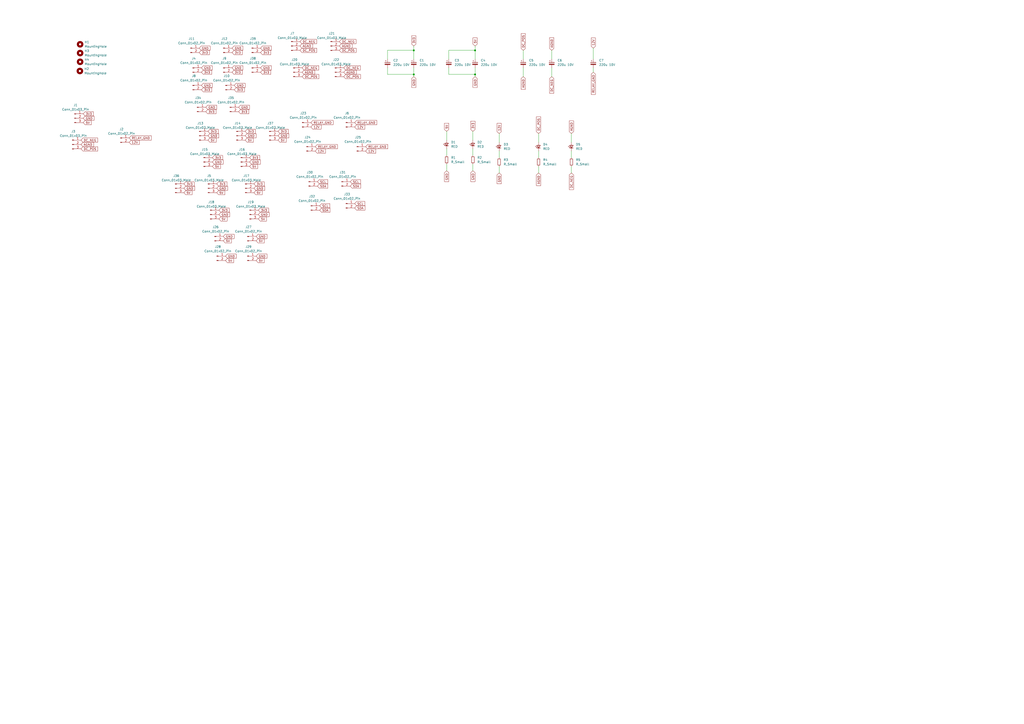
<source format=kicad_sch>
(kicad_sch (version 20231120) (generator "eeschema") (generator_version "8.0")
  (paper "A2")
  (lib_symbols
    (symbol "Connector:Conn_01x02_Pin" (pin_names (offset 1.016) hide)
      (property "Reference" "J" (at 0 2.54 0))
      (property "Value" "Conn_01x02_Pin" (at 0 -5.08 0))
      (symbol "Conn_01x02_Pin_1_1"
        (polyline (pts (xy 1.27 -2.54) (xy 0.8636 -2.54)) (stroke (width 0.1524)))
        (polyline (pts (xy 1.27 0) (xy 0.8636 0)) (stroke (width 0.1524)))
        (rectangle (start 0.8636 -2.413) (end 0 -2.667) (stroke (width 0.1524)) (fill (type outline)))
        (rectangle (start 0.8636 0.127) (end 0 -0.127) (stroke (width 0.1524)) (fill (type outline)))
        (pin passive line (at 5.08 0 180) (length 3.81) (name "Pin_1") (number "1"))
        (pin passive line (at 5.08 -2.54 180) (length 3.81) (name "Pin_2") (number "2"))
      )
    )
    (symbol "Connector:Conn_01x03_Male" (pin_names (offset 1.016) hide)
      (property "Reference" "J" (at 0 5.08 0))
      (property "Value" "Conn_01x03_Male" (at 0 -5.08 0))
      (symbol "Conn_01x03_Male_1_1"
        (polyline (pts (xy 1.27 -2.54) (xy 0.8636 -2.54)) (stroke (width 0.1524)))
        (polyline (pts (xy 1.27 0) (xy 0.8636 0)) (stroke (width 0.1524)))
        (polyline (pts (xy 1.27 2.54) (xy 0.8636 2.54)) (stroke (width 0.1524)))
        (rectangle (start 0.8636 -2.413) (end 0 -2.667) (stroke (width 0.1524)) (fill (type outline)))
        (rectangle (start 0.8636 0.127) (end 0 -0.127) (stroke (width 0.1524)) (fill (type outline)))
        (rectangle (start 0.8636 2.667) (end 0 2.413) (stroke (width 0.1524)) (fill (type outline)))
        (pin passive line (at 5.08 2.54 180) (length 3.81) (name "Pin_1") (number "1"))
        (pin passive line (at 5.08 0 180) (length 3.81) (name "Pin_2") (number "2"))
        (pin passive line (at 5.08 -2.54 180) (length 3.81) (name "Pin_3") (number "3"))
      )
    )
    (symbol "Connector:Conn_01x03_Pin" (pin_names (offset 1.016) hide)
      (property "Reference" "J" (at 0 5.08 0))
      (property "Value" "Conn_01x03_Pin" (at 0 -5.08 0))
      (symbol "Conn_01x03_Pin_1_1"
        (polyline (pts (xy 1.27 -2.54) (xy 0.8636 -2.54)) (stroke (width 0.1524)))
        (polyline (pts (xy 1.27 0) (xy 0.8636 0)) (stroke (width 0.1524)))
        (polyline (pts (xy 1.27 2.54) (xy 0.8636 2.54)) (stroke (width 0.1524)))
        (rectangle (start 0.8636 -2.413) (end 0 -2.667) (stroke (width 0.1524)) (fill (type outline)))
        (rectangle (start 0.8636 0.127) (end 0 -0.127) (stroke (width 0.1524)) (fill (type outline)))
        (rectangle (start 0.8636 2.667) (end 0 2.413) (stroke (width 0.1524)) (fill (type outline)))
        (pin passive line (at 5.08 2.54 180) (length 3.81) (name "Pin_1") (number "1"))
        (pin passive line (at 5.08 0 180) (length 3.81) (name "Pin_2") (number "2"))
        (pin passive line (at 5.08 -2.54 180) (length 3.81) (name "Pin_3") (number "3"))
      )
    )
    (symbol "Device:C_Polarized_Small" (pin_numbers hide) (pin_names (offset 0.254) hide)
      (property "Reference" "C" (at 0.254 1.778 0))
      (property "Value" "C_Polarized_Small" (at 0.254 -2.032 0))
      (symbol "C_Polarized_Small_0_1"
        (rectangle (start -1.524 -0.3048) (end 1.524 -0.6858) (fill (type outline)))
        (rectangle (start -1.524 0.6858) (end 1.524 0.3048))
        (polyline (pts (xy -1.27 1.524) (xy -0.762 1.524)))
        (polyline (pts (xy -1.016 1.27) (xy -1.016 1.778)))
      )
      (symbol "C_Polarized_Small_1_1"
        (pin passive line (at 0 2.54 270) (length 1.8542) (name "~") (number "1"))
        (pin passive line (at 0 -2.54 90) (length 1.8542) (name "~") (number "2"))
      )
    )
    (symbol "Device:LED_Small" (pin_numbers hide) (pin_names (offset 0.254) hide)
      (property "Reference" "D" (at -1.27 3.175 0))
      (property "Value" "LED_Small" (at -4.445 -2.54 0))
      (symbol "LED_Small_0_1"
        (polyline (pts (xy -0.762 -1.016) (xy -0.762 1.016)) (stroke (width 0.254)))
        (polyline (pts (xy 1.016 0) (xy -0.762 0)))
        (polyline (pts (xy 0.762 -1.016) (xy -0.762 0) (xy 0.762 1.016) (xy 0.762 -1.016)) (stroke (width 0.254)))
        (polyline (pts (xy 0 0.762) (xy -0.508 1.27) (xy -0.254 1.27) (xy -0.508 1.27) (xy -0.508 1.016)))
        (polyline (pts (xy 0.508 1.27) (xy 0 1.778) (xy 0.254 1.778) (xy 0 1.778) (xy 0 1.524)))
      )
      (symbol "LED_Small_1_1"
        (pin passive line (at -2.54 0 0) (length 1.778) (name "K") (number "1"))
        (pin passive line (at 2.54 0 180) (length 1.778) (name "A") (number "2"))
      )
    )
    (symbol "Device:R_Small" (pin_numbers hide) (pin_names (offset 0.254) hide)
      (property "Reference" "R" (at 0.762 0.508 0))
      (property "Value" "R_Small" (at 0.762 -1.016 0))
      (symbol "R_Small_0_1"
        (rectangle (start -0.762 1.778) (end 0.762 -1.778) (stroke (width 0.2032)))
      )
      (symbol "R_Small_1_1"
        (pin passive line (at 0 2.54 270) (length 0.762) (name "~") (number "1"))
        (pin passive line (at 0 -2.54 90) (length 0.762) (name "~") (number "2"))
      )
    )
    (symbol "Mechanical:MountingHole" (pin_names (offset 1.016))
      (property "Reference" "H" (at 0 5.08 0))
      (property "Value" "MountingHole" (at 0 3.175 0))
      (symbol "MountingHole_0_1"
        (circle (center 0 0) (radius 1.27) (stroke (width 1.27)))
      )
    )
  )
  (junction (at 275.59 43.18))
  (junction (at 240.03 29.21))
  (junction (at 240.03 43.18))
  (junction (at 275.59 29.21))
  (wire (pts (xy 331.47 77.47) (xy 331.47 82.55)))
  (wire (pts (xy 224.79 34.29) (xy 224.79 29.21)))
  (wire (pts (xy 274.32 99.06) (xy 274.32 95.25)))
  (wire (pts (xy 224.79 39.37) (xy 224.79 43.18)))
  (wire (pts (xy 320.04 29.21) (xy 320.04 34.29)))
  (wire (pts (xy 344.17 41.91) (xy 344.17 39.37)))
  (wire (pts (xy 289.56 77.47) (xy 289.56 82.55)))
  (wire (pts (xy 312.42 100.33) (xy 312.42 96.52)))
  (wire (pts (xy 259.08 76.2) (xy 259.08 81.28)))
  (wire (pts (xy 320.04 44.45) (xy 320.04 39.37)))
  (wire (pts (xy 275.59 26.67) (xy 275.59 29.21)))
  (wire (pts (xy 240.03 43.18) (xy 240.03 39.37)))
  (wire (pts (xy 331.47 91.44) (xy 331.47 87.63)))
  (wire (pts (xy 331.47 100.33) (xy 331.47 96.52)))
  (wire (pts (xy 289.56 100.33) (xy 289.56 96.52)))
  (wire (pts (xy 240.03 29.21) (xy 240.03 34.29)))
  (wire (pts (xy 275.59 44.45) (xy 275.59 43.18)))
  (wire (pts (xy 240.03 26.67) (xy 240.03 29.21)))
  (wire (pts (xy 260.35 39.37) (xy 260.35 43.18)))
  (wire (pts (xy 240.03 44.45) (xy 240.03 43.18)))
  (wire (pts (xy 260.35 43.18) (xy 275.59 43.18)))
  (wire (pts (xy 289.56 91.44) (xy 289.56 87.63)))
  (wire (pts (xy 312.42 77.47) (xy 312.42 82.55)))
  (wire (pts (xy 224.79 29.21) (xy 240.03 29.21)))
  (wire (pts (xy 260.35 34.29) (xy 260.35 29.21)))
  (wire (pts (xy 259.08 99.06) (xy 259.08 95.25)))
  (wire (pts (xy 312.42 91.44) (xy 312.42 87.63)))
  (wire (pts (xy 344.17 27.94) (xy 344.17 34.29)))
  (wire (pts (xy 274.32 90.17) (xy 274.32 86.36)))
  (wire (pts (xy 303.53 29.21) (xy 303.53 34.29)))
  (wire (pts (xy 275.59 43.18) (xy 275.59 39.37)))
  (wire (pts (xy 303.53 44.45) (xy 303.53 39.37)))
  (wire (pts (xy 275.59 29.21) (xy 275.59 34.29)))
  (wire (pts (xy 274.32 76.2) (xy 274.32 81.28)))
  (wire (pts (xy 260.35 29.21) (xy 275.59 29.21)))
  (wire (pts (xy 224.79 43.18) (xy 240.03 43.18)))
  (wire (pts (xy 259.08 90.17) (xy 259.08 86.36)))
  (global_label "DC_POS" (shape input) (at 303.53 29.21 90) (property "Intersheetrefs" "${INTERSHEET_REFS}" (effects (hide yes))))
  (global_label "GND" (shape input) (at 130.81 148.59 0) (property "Intersheetrefs" "${INTERSHEET_REFS}" (effects (hide yes))))
  (global_label "GND" (shape input) (at 148.59 148.59 0) (property "Intersheetrefs" "${INTERSHEET_REFS}" (effects (hide yes))))
  (global_label "DC_NEG" (shape input) (at 320.04 44.45 270) (property "Intersheetrefs" "${INTERSHEET_REFS}" (effects (hide yes))))
  (global_label "3V3" (shape input) (at 134.62 30.48 0) (property "Intersheetrefs" "${INTERSHEET_REFS}" (effects (hide yes))))
  (global_label "GND" (shape input) (at 134.62 39.37 0) (property "Intersheetrefs" "${INTERSHEET_REFS}" (effects (hide yes))))
  (global_label "RELAY_GND" (shape input) (at 180.34 71.12 0) (property "Intersheetrefs" "${INTERSHEET_REFS}" (effects (hide yes))))
  (global_label "GND" (shape input) (at 135.89 49.53 0) (property "Intersheetrefs" "${INTERSHEET_REFS}" (effects (hide yes))))
  (global_label "AGND" (shape input) (at 175.26 41.91 0) (property "Intersheetrefs" "${INTERSHEET_REFS}" (effects (hide yes))))
  (global_label "GND" (shape input) (at 48.26 68.58 0) (property "Intersheetrefs" "${INTERSHEET_REFS}" (effects (hide yes))))
  (global_label "5V" (shape input) (at 125.73 111.76 0) (property "Intersheetrefs" "${INTERSHEET_REFS}" (effects (hide yes))))
  (global_label "DC_POS" (shape input) (at 199.39 44.45 0) (property "Intersheetrefs" "${INTERSHEET_REFS}" (effects (hide yes))))
  (global_label "12V" (shape input) (at 289.56 77.47 90) (property "Intersheetrefs" "${INTERSHEET_REFS}" (effects (hide yes))))
  (global_label "3V3" (shape input) (at 116.84 41.91 0) (property "Intersheetrefs" "${INTERSHEET_REFS}" (effects (hide yes))))
  (global_label "5V" (shape input) (at 123.19 96.52 0) (property "Intersheetrefs" "${INTERSHEET_REFS}" (effects (hide yes))))
  (global_label "12V" (shape input) (at 180.34 73.66 0) (property "Intersheetrefs" "${INTERSHEET_REFS}" (effects (hide yes))))
  (global_label "DC_POS" (shape input) (at 46.99 86.36 0) (property "Intersheetrefs" "${INTERSHEET_REFS}" (effects (hide yes))))
  (global_label "3V3" (shape input) (at 120.65 76.2 0) (property "Intersheetrefs" "${INTERSHEET_REFS}" (effects (hide yes))))
  (global_label "RELAY_GND" (shape input) (at 182.88 85.09 0) (property "Intersheetrefs" "${INTERSHEET_REFS}" (effects (hide yes))))
  (global_label "AGND" (shape input) (at 199.39 41.91 0) (property "Intersheetrefs" "${INTERSHEET_REFS}" (effects (hide yes))))
  (global_label "AGND" (shape input) (at 320.04 29.21 90) (property "Intersheetrefs" "${INTERSHEET_REFS}" (effects (hide yes))))
  (global_label "GND" (shape input) (at 289.56 100.33 270) (property "Intersheetrefs" "${INTERSHEET_REFS}" (effects (hide yes))))
  (global_label "5V" (shape input) (at 144.78 96.52 0) (property "Intersheetrefs" "${INTERSHEET_REFS}" (effects (hide yes))))
  (global_label "DC_NEG" (shape input) (at 196.85 24.13 0) (property "Intersheetrefs" "${INTERSHEET_REFS}" (effects (hide yes))))
  (global_label "3V3" (shape input) (at 240.03 26.67 90) (property "Intersheetrefs" "${INTERSHEET_REFS}" (effects (hide yes))))
  (global_label "GND" (shape input) (at 106.68 109.22 0) (property "Intersheetrefs" "${INTERSHEET_REFS}" (effects (hide yes))))
  (global_label "AGND" (shape input) (at 173.99 26.67 0) (property "Intersheetrefs" "${INTERSHEET_REFS}" (effects (hide yes))))
  (global_label "GND" (shape input) (at 115.57 27.94 0) (property "Intersheetrefs" "${INTERSHEET_REFS}" (effects (hide yes))))
  (global_label "DC_NEG" (shape input) (at 331.47 100.33 270) (property "Intersheetrefs" "${INTERSHEET_REFS}" (effects (hide yes))))
  (global_label "5V" (shape input) (at 275.59 26.67 90) (property "Intersheetrefs" "${INTERSHEET_REFS}" (effects (hide yes))))
  (global_label "SDA" (shape input) (at 185.42 121.92 0) (property "Intersheetrefs" "${INTERSHEET_REFS}" (effects (hide yes))))
  (global_label "GND" (shape input) (at 275.59 44.45 270) (property "Intersheetrefs" "${INTERSHEET_REFS}" (effects (hide yes))))
  (global_label "AGND" (shape input) (at 331.47 77.47 90) (property "Intersheetrefs" "${INTERSHEET_REFS}" (effects (hide yes))))
  (global_label "5V" (shape input) (at 130.81 151.13 0) (property "Intersheetrefs" "${INTERSHEET_REFS}" (effects (hide yes))))
  (global_label "3V3" (shape input) (at 116.84 52.07 0) (property "Intersheetrefs" "${INTERSHEET_REFS}" (effects (hide yes))))
  (global_label "3V3" (shape input) (at 135.89 52.07 0) (property "Intersheetrefs" "${INTERSHEET_REFS}" (effects (hide yes))))
  (global_label "DC_POS" (shape input) (at 175.26 44.45 0) (property "Intersheetrefs" "${INTERSHEET_REFS}" (effects (hide yes))))
  (global_label "SDA" (shape input) (at 203.2 107.95 0) (property "Intersheetrefs" "${INTERSHEET_REFS}" (effects (hide yes))))
  (global_label "3V3" (shape input) (at 151.13 41.91 0) (property "Intersheetrefs" "${INTERSHEET_REFS}" (effects (hide yes))))
  (global_label "12V" (shape input) (at 74.93 82.55 0) (property "Intersheetrefs" "${INTERSHEET_REFS}" (effects (hide yes))))
  (global_label "DC_NEG" (shape input) (at 173.99 24.13 0) (property "Intersheetrefs" "${INTERSHEET_REFS}" (effects (hide yes))))
  (global_label "GND" (shape input) (at 274.32 99.06 270) (property "Intersheetrefs" "${INTERSHEET_REFS}" (effects (hide yes))))
  (global_label "GND" (shape input) (at 119.38 62.23 0) (property "Intersheetrefs" "${INTERSHEET_REFS}" (effects (hide yes))))
  (global_label "3V3" (shape input) (at 274.32 76.2 90) (property "Intersheetrefs" "${INTERSHEET_REFS}" (effects (hide yes))))
  (global_label "3V3" (shape input) (at 142.24 76.2 0) (property "Intersheetrefs" "${INTERSHEET_REFS}" (effects (hide yes))))
  (global_label "GND" (shape input) (at 116.84 39.37 0) (property "Intersheetrefs" "${INTERSHEET_REFS}" (effects (hide yes))))
  (global_label "SDA" (shape input) (at 184.15 107.95 0) (property "Intersheetrefs" "${INTERSHEET_REFS}" (effects (hide yes))))
  (global_label "5V" (shape input) (at 142.24 81.28 0) (property "Intersheetrefs" "${INTERSHEET_REFS}" (effects (hide yes))))
  (global_label "SCL" (shape input) (at 185.42 119.38 0) (property "Intersheetrefs" "${INTERSHEET_REFS}" (effects (hide yes))))
  (global_label "12V" (shape input) (at 205.74 73.66 0) (property "Intersheetrefs" "${INTERSHEET_REFS}" (effects (hide yes))))
  (global_label "GND" (shape input) (at 129.54 137.16 0) (property "Intersheetrefs" "${INTERSHEET_REFS}" (effects (hide yes))))
  (global_label "GND" (shape input) (at 142.24 78.74 0) (property "Intersheetrefs" "${INTERSHEET_REFS}" (effects (hide yes))))
  (global_label "GND" (shape input) (at 144.78 93.98 0) (property "Intersheetrefs" "${INTERSHEET_REFS}" (effects (hide yes))))
  (global_label "RELAY_GND" (shape input) (at 74.93 80.01 0) (property "Intersheetrefs" "${INTERSHEET_REFS}" (effects (hide yes))))
  (global_label "SCL" (shape input) (at 184.15 105.41 0) (property "Intersheetrefs" "${INTERSHEET_REFS}" (effects (hide yes))))
  (global_label "GND" (shape input) (at 161.29 78.74 0) (property "Intersheetrefs" "${INTERSHEET_REFS}" (effects (hide yes))))
  (global_label "GND" (shape input) (at 123.19 93.98 0) (property "Intersheetrefs" "${INTERSHEET_REFS}" (effects (hide yes))))
  (global_label "GND" (shape input) (at 259.08 99.06 270) (property "Intersheetrefs" "${INTERSHEET_REFS}" (effects (hide yes))))
  (global_label "3V3" (shape input) (at 119.38 64.77 0) (property "Intersheetrefs" "${INTERSHEET_REFS}" (effects (hide yes))))
  (global_label "GND" (shape input) (at 240.03 44.45 270) (property "Intersheetrefs" "${INTERSHEET_REFS}" (effects (hide yes))))
  (global_label "5V" (shape input) (at 106.68 111.76 0) (property "Intersheetrefs" "${INTERSHEET_REFS}" (effects (hide yes))))
  (global_label "3V3" (shape input) (at 144.78 91.44 0) (property "Intersheetrefs" "${INTERSHEET_REFS}" (effects (hide yes))))
  (global_label "3V3" (shape input) (at 106.68 106.68 0) (property "Intersheetrefs" "${INTERSHEET_REFS}" (effects (hide yes))))
  (global_label "5V" (shape input) (at 259.08 76.2 90) (property "Intersheetrefs" "${INTERSHEET_REFS}" (effects (hide yes))))
  (global_label "5V" (shape input) (at 120.65 81.28 0) (property "Intersheetrefs" "${INTERSHEET_REFS}" (effects (hide yes))))
  (global_label "5V" (shape input) (at 129.54 139.7 0) (property "Intersheetrefs" "${INTERSHEET_REFS}" (effects (hide yes))))
  (global_label "5V" (shape input) (at 127 127 0) (property "Intersheetrefs" "${INTERSHEET_REFS}" (effects (hide yes))))
  (global_label "DC_POS" (shape input) (at 196.85 29.21 0) (property "Intersheetrefs" "${INTERSHEET_REFS}" (effects (hide yes))))
  (global_label "3V3" (shape input) (at 147.32 106.68 0) (property "Intersheetrefs" "${INTERSHEET_REFS}" (effects (hide yes))))
  (global_label "DC_NEG" (shape input) (at 175.26 39.37 0) (property "Intersheetrefs" "${INTERSHEET_REFS}" (effects (hide yes))))
  (global_label "GND" (shape input) (at 120.65 78.74 0) (property "Intersheetrefs" "${INTERSHEET_REFS}" (effects (hide yes))))
  (global_label "3V3" (shape input) (at 127 121.92 0) (property "Intersheetrefs" "${INTERSHEET_REFS}" (effects (hide yes))))
  (global_label "AGND" (shape input) (at 303.53 44.45 270) (property "Intersheetrefs" "${INTERSHEET_REFS}" (effects (hide yes))))
  (global_label "AGND" (shape input) (at 46.99 83.82 0) (property "Intersheetrefs" "${INTERSHEET_REFS}" (effects (hide yes))))
  (global_label "3V3" (shape input) (at 48.26 66.04 0) (property "Intersheetrefs" "${INTERSHEET_REFS}" (effects (hide yes))))
  (global_label "12V" (shape input) (at 212.09 87.63 0) (property "Intersheetrefs" "${INTERSHEET_REFS}" (effects (hide yes))))
  (global_label "RELAY_GND" (shape input) (at 344.17 41.91 270) (property "Intersheetrefs" "${INTERSHEET_REFS}" (effects (hide yes))))
  (global_label "GND" (shape input) (at 116.84 49.53 0) (property "Intersheetrefs" "${INTERSHEET_REFS}" (effects (hide yes))))
  (global_label "GND" (shape input) (at 151.13 27.94 0) (property "Intersheetrefs" "${INTERSHEET_REFS}" (effects (hide yes))))
  (global_label "DC_POS" (shape input) (at 312.42 77.47 90) (property "Intersheetrefs" "${INTERSHEET_REFS}" (effects (hide yes))))
  (global_label "3V3" (shape input) (at 138.43 64.77 0) (property "Intersheetrefs" "${INTERSHEET_REFS}" (effects (hide yes))))
  (global_label "RELAY_GND" (shape input) (at 212.09 85.09 0) (property "Intersheetrefs" "${INTERSHEET_REFS}" (effects (hide yes))))
  (global_label "GND" (shape input) (at 147.32 109.22 0) (property "Intersheetrefs" "${INTERSHEET_REFS}" (effects (hide yes))))
  (global_label "5V" (shape input) (at 148.59 151.13 0) (property "Intersheetrefs" "${INTERSHEET_REFS}" (effects (hide yes))))
  (global_label "SDA" (shape input) (at 205.74 120.65 0) (property "Intersheetrefs" "${INTERSHEET_REFS}" (effects (hide yes))))
  (global_label "DC_POS" (shape input) (at 173.99 29.21 0) (property "Intersheetrefs" "${INTERSHEET_REFS}" (effects (hide yes))))
  (global_label "GND" (shape input) (at 138.43 62.23 0) (property "Intersheetrefs" "${INTERSHEET_REFS}" (effects (hide yes))))
  (global_label "GND" (shape input) (at 134.62 27.94 0) (property "Intersheetrefs" "${INTERSHEET_REFS}" (effects (hide yes))))
  (global_label "GND" (shape input) (at 148.59 137.16 0) (property "Intersheetrefs" "${INTERSHEET_REFS}" (effects (hide yes))))
  (global_label "3V3" (shape input) (at 123.19 91.44 0) (property "Intersheetrefs" "${INTERSHEET_REFS}" (effects (hide yes))))
  (global_label "3V3" (shape input) (at 115.57 30.48 0) (property "Intersheetrefs" "${INTERSHEET_REFS}" (effects (hide yes))))
  (global_label "GND" (shape input) (at 149.86 124.46 0) (property "Intersheetrefs" "${INTERSHEET_REFS}" (effects (hide yes))))
  (global_label "3V3" (shape input) (at 134.62 41.91 0) (property "Intersheetrefs" "${INTERSHEET_REFS}" (effects (hide yes))))
  (global_label "GND" (shape input) (at 127 124.46 0) (property "Intersheetrefs" "${INTERSHEET_REFS}" (effects (hide yes))))
  (global_label "DC_NEG" (shape input) (at 46.99 81.28 0) (property "Intersheetrefs" "${INTERSHEET_REFS}" (effects (hide yes))))
  (global_label "AGND" (shape input) (at 312.42 100.33 270) (property "Intersheetrefs" "${INTERSHEET_REFS}" (effects (hide yes))))
  (global_label "DC_NEG" (shape input) (at 199.39 39.37 0) (property "Intersheetrefs" "${INTERSHEET_REFS}" (effects (hide yes))))
  (global_label "5V" (shape input) (at 149.86 127 0) (property "Intersheetrefs" "${INTERSHEET_REFS}" (effects (hide yes))))
  (global_label "12V" (shape input) (at 344.17 27.94 90) (property "Intersheetrefs" "${INTERSHEET_REFS}" (effects (hide yes))))
  (global_label "SCL" (shape input) (at 205.74 118.11 0) (property "Intersheetrefs" "${INTERSHEET_REFS}" (effects (hide yes))))
  (global_label "GND" (shape input) (at 151.13 39.37 0) (property "Intersheetrefs" "${INTERSHEET_REFS}" (effects (hide yes))))
  (global_label "RELAY_GND" (shape input) (at 205.74 71.12 0) (property "Intersheetrefs" "${INTERSHEET_REFS}" (effects (hide yes))))
  (global_label "3V3" (shape input) (at 161.29 76.2 0) (property "Intersheetrefs" "${INTERSHEET_REFS}" (effects (hide yes))))
  (global_label "5V" (shape input) (at 48.26 71.12 0) (property "Intersheetrefs" "${INTERSHEET_REFS}" (effects (hide yes))))
  (global_label "3V3" (shape input) (at 149.86 121.92 0) (property "Intersheetrefs" "${INTERSHEET_REFS}" (effects (hide yes))))
  (global_label "5V" (shape input) (at 147.32 111.76 0) (property "Intersheetrefs" "${INTERSHEET_REFS}" (effects (hide yes))))
  (global_label "3V3" (shape input) (at 125.73 106.68 0) (property "Intersheetrefs" "${INTERSHEET_REFS}" (effects (hide yes))))
  (global_label "3V3" (shape input) (at 151.13 30.48 0) (property "Intersheetrefs" "${INTERSHEET_REFS}" (effects (hide yes))))
  (global_label "12V" (shape input) (at 182.88 87.63 0) (property "Intersheetrefs" "${INTERSHEET_REFS}" (effects (hide yes))))
  (global_label "5V" (shape input) (at 148.59 139.7 0) (property "Intersheetrefs" "${INTERSHEET_REFS}" (effects (hide yes))))
  (global_label "AGND" (shape input) (at 196.85 26.67 0) (property "Intersheetrefs" "${INTERSHEET_REFS}" (effects (hide yes))))
  (global_label "5V" (shape input) (at 161.29 81.28 0) (property "Intersheetrefs" "${INTERSHEET_REFS}" (effects (hide yes))))
  (global_label "SCL" (shape input) (at 203.2 105.41 0) (property "Intersheetrefs" "${INTERSHEET_REFS}" (effects (hide yes))))
  (global_label "GND" (shape input) (at 125.73 109.22 0) (property "Intersheetrefs" "${INTERSHEET_REFS}" (effects (hide yes))))
  (symbol (lib_id "Connector:Conn_01x03_Male") (at 144.78 124.46 0) (unit 1)
    (property "Reference" "J19" (at 145.415 117.221 0))
    (property "Value" "Conn_01x03_Male" (at 145.415 119.761 0))
    (property "Footprint" "Connector_JST:JST_PH_B3B-PH-K_1x03_P2.00mm_Vertical" (effects (hide yes)))
  )
  (symbol (lib_id "Connector:Conn_01x02_Pin") (at 175.26 71.12 0) (unit 1)
    (property "Reference" "J23" (at 175.895 65.659 0))
    (property "Value" "Conn_01x02_Pin" (at 175.895 68.199 0))
    (property "Footprint" "Connector_JST:JST_PH_B2B-PH-K_1x02_P2.00mm_Vertical" (effects (hide yes)))
  )
  (symbol (lib_id "Connector:Conn_01x02_Pin") (at 146.05 27.94 0) (unit 1)
    (property "Reference" "J39" (at 146.685 22.479 0))
    (property "Value" "Conn_01x02_Pin" (at 146.685 25.019 0))
    (property "Footprint" "Connector_JST:JST_PH_B2B-PH-K_1x02_P2.00mm_Vertical" (effects (hide yes)))
  )
  (symbol (lib_id "Device:LED_Small") (at 312.42 85.09 90) (unit 1)
    (property "Reference" "D4" (at 314.96 83.7564 90) (effects (justify right)))
    (property "Value" "RED" (at 314.96 86.2964 90) (effects (justify right)))
    (property "Footprint" "LED_SMD:LED_0805_2012Metric_Pad1.15x1.40mm_HandSolder" (effects (hide yes)))
    (property "Description" "Light emitting diode, small symbol" (effects (hide yes)))
  )
  (symbol (lib_id "Connector:Conn_01x02_Pin") (at 180.34 119.38 0) (unit 1)
    (property "Reference" "J32" (at 180.975 113.919 0))
    (property "Value" "Conn_01x02_Pin" (at 180.975 116.459 0))
    (property "Footprint" "Connector_JST:JST_PH_B2B-PH-K_1x02_P2.00mm_Vertical" (effects (hide yes)))
  )
  (symbol (lib_id "Mechanical:MountingHole") (at 46.4745 35.8604 0) (unit 1)
    (property "Reference" "H4" (at 49.0145 34.5903 0) (effects (justify left)))
    (property "Value" "MountingHole" (at 49.0145 37.1303 0) (effects (justify left)))
    (property "Footprint" "MountingHole:MountingHole_3.2mm_M3_DIN965_Pad_TopOnly" (effects (hide yes)))
  )
  (symbol (lib_id "Connector:Conn_01x02_Pin") (at 200.66 71.12 0) (unit 1)
    (property "Reference" "J6" (at 201.295 65.659 0))
    (property "Value" "Conn_01x02_Pin" (at 201.295 68.199 0))
    (property "Footprint" "Connector_JST:JST_PH_B2B-PH-K_1x02_P2.00mm_Vertical" (effects (hide yes)))
  )
  (symbol (lib_id "Connector:Conn_01x03_Male") (at 118.11 93.98 0) (unit 1)
    (property "Reference" "J15" (at 118.745 86.741 0))
    (property "Value" "Conn_01x03_Male" (at 118.745 89.281 0))
    (property "Footprint" "Connector_JST:JST_PH_B3B-PH-K_1x03_P2.00mm_Vertical" (effects (hide yes)))
  )
  (symbol (lib_id "Connector:Conn_01x03_Male") (at 191.77 26.67 0) (unit 1)
    (property "Reference" "J21" (at 192.405 19.431 0))
    (property "Value" "Conn_01x03_Male" (at 192.405 21.971 0))
    (property "Footprint" "Connector_JST:JST_PH_B3B-PH-K_1x03_P2.00mm_Vertical" (effects (hide yes)))
  )
  (symbol (lib_id "Device:R_Small") (at 312.42 93.98 0) (unit 1)
    (property "Reference" "R4" (at 314.96 92.7099 0) (effects (justify left)))
    (property "Value" "R_Small" (at 314.96 95.2499 0) (effects (justify left)))
    (property "Footprint" "Resistor_SMD:R_0603_1608Metric_Pad0.98x0.95mm_HandSolder" (effects (hide yes)))
    (property "Description" "Resistor, small symbol" (effects (hide yes)))
  )
  (symbol (lib_id "Connector:Conn_01x03_Pin") (at 43.18 68.58 0) (unit 1)
    (property "Reference" "J1" (at 43.815 60.96 0))
    (property "Value" "Conn_01x03_Pin" (at 43.815 63.5 0))
    (property "Footprint" "Connector_JST:JST_PH_B3B-PH-K_1x03_P2.00mm_Vertical" (effects (hide yes)))
    (property "Description" "Generic connector, single row, 01x03, script generated" (effects (hide yes)))
  )
  (symbol (lib_id "Connector:Conn_01x02_Pin") (at 146.05 39.37 0) (unit 1)
    (property "Reference" "J38" (at 146.685 33.909 0))
    (property "Value" "Conn_01x02_Pin" (at 146.685 36.449 0))
    (property "Footprint" "Connector_JST:JST_PH_B2B-PH-K_1x02_P2.00mm_Vertical" (effects (hide yes)))
  )
  (symbol (lib_id "Connector:Conn_01x02_Pin") (at 129.54 27.94 0) (unit 1)
    (property "Reference" "J12" (at 130.175 22.479 0))
    (property "Value" "Conn_01x02_Pin" (at 130.175 25.019 0))
    (property "Footprint" "Connector_JST:JST_PH_B2B-PH-K_1x02_P2.00mm_Vertical" (effects (hide yes)))
  )
  (symbol (lib_id "Connector:Conn_01x02_Pin") (at 69.85 80.01 0) (unit 1)
    (property "Reference" "J2" (at 70.485 74.93 0))
    (property "Value" "Conn_01x02_Pin" (at 70.485 77.47 0))
    (property "Footprint" "Connector_JST:JST_PH_B2B-PH-K_1x02_P2.00mm_Vertical" (effects (hide yes)))
    (property "Description" "Generic connector, single row, 01x02, script generated" (effects (hide yes)))
  )
  (symbol (lib_id "Device:R_Small") (at 331.47 93.98 0) (unit 1)
    (property "Reference" "R5" (at 334.01 92.7099 0) (effects (justify left)))
    (property "Value" "R_Small" (at 334.01 95.2499 0) (effects (justify left)))
    (property "Footprint" "Resistor_SMD:R_0603_1608Metric_Pad0.98x0.95mm_HandSolder" (effects (hide yes)))
    (property "Description" "Resistor, small symbol" (effects (hide yes)))
  )
  (symbol (lib_id "Connector:Conn_01x02_Pin") (at 129.54 39.37 0) (unit 1)
    (property "Reference" "J9" (at 130.175 33.909 0))
    (property "Value" "Conn_01x02_Pin" (at 130.175 36.449 0))
    (property "Footprint" "Connector_JST:JST_PH_B2B-PH-K_1x02_P2.00mm_Vertical" (effects (hide yes)))
  )
  (symbol (lib_id "Connector:Conn_01x02_Pin") (at 130.81 49.53 0) (unit 1)
    (property "Reference" "J10" (at 131.445 44.069 0))
    (property "Value" "Conn_01x02_Pin" (at 131.445 46.609 0))
    (property "Footprint" "Connector_JST:JST_PH_B2B-PH-K_1x02_P2.00mm_Vertical" (effects (hide yes)))
  )
  (symbol (lib_id "Connector:Conn_01x03_Male") (at 139.7 93.98 0) (unit 1)
    (property "Reference" "J16" (at 140.335 86.741 0))
    (property "Value" "Conn_01x03_Male" (at 140.335 89.281 0))
    (property "Footprint" "Connector_JST:JST_PH_B3B-PH-K_1x03_P2.00mm_Vertical" (effects (hide yes)))
  )
  (symbol (lib_id "Connector:Conn_01x02_Pin") (at 177.8 85.09 0) (unit 1)
    (property "Reference" "J24" (at 178.435 79.629 0))
    (property "Value" "Conn_01x02_Pin" (at 178.435 82.169 0))
    (property "Footprint" "Connector_JST:JST_PH_B2B-PH-K_1x02_P2.00mm_Vertical" (effects (hide yes)))
  )
  (symbol (lib_id "Connector:Conn_01x02_Pin") (at 179.07 105.41 0) (unit 1)
    (property "Reference" "J30" (at 179.705 99.949 0))
    (property "Value" "Conn_01x02_Pin" (at 179.705 102.489 0))
    (property "Footprint" "Connector_JST:JST_PH_B2B-PH-K_1x02_P2.00mm_Vertical" (effects (hide yes)))
  )
  (symbol (lib_id "Connector:Conn_01x02_Pin") (at 198.12 105.41 0) (unit 1)
    (property "Reference" "J31" (at 198.755 99.949 0))
    (property "Value" "Conn_01x02_Pin" (at 198.755 102.489 0))
    (property "Footprint" "Connector_JST:JST_PH_B2B-PH-K_1x02_P2.00mm_Vertical" (effects (hide yes)))
  )
  (symbol (lib_id "Device:C_Polarized_Small") (at 260.35 36.83 0) (unit 1)
    (property "Reference" "C3" (at 263.652 35.0138 0) (effects (justify left)))
    (property "Value" "220u 10V" (at 263.652 37.5538 0) (effects (justify left)))
    (property "Footprint" "Capacitor_THT:CP_Radial_D10.0mm_P2.50mm_P5.00mm" (effects (hide yes)))
  )
  (symbol (lib_id "Device:R_Small") (at 259.08 92.71 0) (unit 1)
    (property "Reference" "R1" (at 261.62 91.4399 0) (effects (justify left)))
    (property "Value" "R_Small" (at 261.62 93.9799 0) (effects (justify left)))
    (property "Footprint" "Resistor_SMD:R_0603_1608Metric_Pad0.98x0.95mm_HandSolder" (effects (hide yes)))
    (property "Description" "Resistor, small symbol" (effects (hide yes)))
  )
  (symbol (lib_id "Connector:Conn_01x03_Pin") (at 41.91 83.82 0) (unit 1)
    (property "Reference" "J3" (at 42.545 76.2 0))
    (property "Value" "Conn_01x03_Pin" (at 42.545 78.74 0))
    (property "Footprint" "Connector_JST:JST_PH_B3B-PH-K_1x03_P2.00mm_Vertical" (effects (hide yes)))
    (property "Description" "Generic connector, single row, 01x03, script generated" (effects (hide yes)))
  )
  (symbol (lib_id "Device:C_Polarized_Small") (at 224.79 36.83 0) (unit 1)
    (property "Reference" "C2" (at 228.092 35.0138 0) (effects (justify left)))
    (property "Value" "220u 10V" (at 228.092 37.5538 0) (effects (justify left)))
    (property "Footprint" "Capacitor_THT:CP_Radial_D10.0mm_P2.50mm_P5.00mm" (effects (hide yes)))
  )
  (symbol (lib_id "Connector:Conn_01x03_Male") (at 194.31 41.91 0) (unit 1)
    (property "Reference" "J22" (at 194.945 34.671 0))
    (property "Value" "Conn_01x03_Male" (at 194.945 37.211 0))
    (property "Footprint" "Connector_JST:JST_PH_B3B-PH-K_1x03_P2.00mm_Vertical" (effects (hide yes)))
  )
  (symbol (lib_id "Connector:Conn_01x03_Male") (at 142.24 109.22 0) (unit 1)
    (property "Reference" "J17" (at 142.875 101.981 0))
    (property "Value" "Conn_01x03_Male" (at 142.875 104.521 0))
    (property "Footprint" "Connector_JST:JST_PH_B3B-PH-K_1x03_P2.00mm_Vertical" (effects (hide yes)))
  )
  (symbol (lib_id "Connector:Conn_01x03_Male") (at 168.91 26.67 0) (unit 1)
    (property "Reference" "J7" (at 169.545 19.431 0))
    (property "Value" "Conn_01x03_Male" (at 169.545 21.971 0))
    (property "Footprint" "Connector_JST:JST_PH_B3B-PH-K_1x03_P2.00mm_Vertical" (effects (hide yes)))
  )
  (symbol (lib_id "Device:C_Polarized_Small") (at 303.53 36.83 0) (unit 1)
    (property "Reference" "C5" (at 306.832 35.0138 0) (effects (justify left)))
    (property "Value" "220u 10V" (at 306.832 37.5538 0) (effects (justify left)))
    (property "Footprint" "Capacitor_THT:CP_Radial_D10.0mm_P2.50mm_P5.00mm" (effects (hide yes)))
  )
  (symbol (lib_id "Connector:Conn_01x02_Pin") (at 200.66 118.11 0) (unit 1)
    (property "Reference" "J33" (at 201.295 112.649 0))
    (property "Value" "Conn_01x02_Pin" (at 201.295 115.189 0))
    (property "Footprint" "Connector_JST:JST_PH_B2B-PH-K_1x02_P2.00mm_Vertical" (effects (hide yes)))
  )
  (symbol (lib_id "Device:LED_Small") (at 331.47 85.09 90) (unit 1)
    (property "Reference" "D5" (at 334.01 83.7564 90) (effects (justify right)))
    (property "Value" "RED" (at 334.01 86.2964 90) (effects (justify right)))
    (property "Footprint" "LED_SMD:LED_0805_2012Metric_Pad1.15x1.40mm_HandSolder" (effects (hide yes)))
    (property "Description" "Light emitting diode, small symbol" (effects (hide yes)))
  )
  (symbol (lib_id "Device:C_Polarized_Small") (at 320.04 36.83 0) (unit 1)
    (property "Reference" "C6" (at 323.342 35.0138 0) (effects (justify left)))
    (property "Value" "220u 10V" (at 323.342 37.5538 0) (effects (justify left)))
    (property "Footprint" "Capacitor_THT:CP_Radial_D10.0mm_P2.50mm_P5.00mm" (effects (hide yes)))
  )
  (symbol (lib_id "Connector:Conn_01x02_Pin") (at 114.3 62.23 0) (unit 1)
    (property "Reference" "J34" (at 114.935 56.769 0))
    (property "Value" "Conn_01x02_Pin" (at 114.935 59.309 0))
    (property "Footprint" "Connector_JST:JST_PH_B2B-PH-K_1x02_P2.00mm_Vertical" (effects (hide yes)))
  )
  (symbol (lib_id "Connector:Conn_01x02_Pin") (at 124.46 137.16 0) (unit 1)
    (property "Reference" "J26" (at 125.095 131.699 0))
    (property "Value" "Conn_01x02_Pin" (at 125.095 134.239 0))
    (property "Footprint" "Connector_JST:JST_PH_B2B-PH-K_1x02_P2.00mm_Vertical" (effects (hide yes)))
  )
  (symbol (lib_id "Device:C_Polarized_Small") (at 344.17 36.83 0) (unit 1)
    (property "Reference" "C7" (at 347.472 35.0138 0) (effects (justify left)))
    (property "Value" "220u 10V" (at 347.472 37.5538 0) (effects (justify left)))
    (property "Footprint" "Capacitor_THT:CP_Radial_D6.3mm_P2.50mm" (effects (hide yes)))
  )
  (symbol (lib_id "Connector:Conn_01x02_Pin") (at 143.51 137.16 0) (unit 1)
    (property "Reference" "J27" (at 144.145 131.699 0))
    (property "Value" "Conn_01x02_Pin" (at 144.145 134.239 0))
    (property "Footprint" "Connector_JST:JST_PH_B2B-PH-K_1x02_P2.00mm_Vertical" (effects (hide yes)))
  )
  (symbol (lib_id "Mechanical:MountingHole") (at 46.4745 30.7804 0) (unit 1)
    (property "Reference" "H3" (at 49.0145 29.5103 0) (effects (justify left)))
    (property "Value" "MountingHole" (at 49.0145 32.0503 0) (effects (justify left)))
    (property "Footprint" "MountingHole:MountingHole_3.2mm_M3_DIN965_Pad_TopOnly" (effects (hide yes)))
  )
  (symbol (lib_id "Connector:Conn_01x02_Pin") (at 111.76 39.37 0) (unit 1)
    (property "Reference" "J4" (at 112.395 33.909 0))
    (property "Value" "Conn_01x02_Pin" (at 112.395 36.449 0))
    (property "Footprint" "Connector_JST:JST_PH_B2B-PH-K_1x02_P2.00mm_Vertical" (effects (hide yes)))
  )
  (symbol (lib_id "Mechanical:MountingHole") (at 46.4745 25.7004 0) (unit 1)
    (property "Reference" "H1" (at 49.0145 24.4303 0) (effects (justify left)))
    (property "Value" "MountingHole" (at 49.0145 26.9703 0) (effects (justify left)))
    (property "Footprint" "MountingHole:MountingHole_3.2mm_M3_DIN965_Pad_TopOnly" (effects (hide yes)))
  )
  (symbol (lib_id "Device:C_Polarized_Small") (at 240.03 36.83 0) (unit 1)
    (property "Reference" "C1" (at 243.332 35.0138 0) (effects (justify left)))
    (property "Value" "220u 10V" (at 243.332 37.5538 0) (effects (justify left)))
    (property "Footprint" "Capacitor_THT:CP_Radial_D10.0mm_P2.50mm_P5.00mm" (effects (hide yes)))
  )
  (symbol (lib_id "Connector:Conn_01x02_Pin") (at 143.51 148.59 0) (unit 1)
    (property "Reference" "J29" (at 144.145 143.129 0))
    (property "Value" "Conn_01x02_Pin" (at 144.145 145.669 0))
    (property "Footprint" "Connector_JST:JST_PH_B2B-PH-K_1x02_P2.00mm_Vertical" (effects (hide yes)))
  )
  (symbol (lib_id "Device:R_Small") (at 274.32 92.71 0) (unit 1)
    (property "Reference" "R2" (at 276.86 91.4399 0) (effects (justify left)))
    (property "Value" "R_Small" (at 276.86 93.9799 0) (effects (justify left)))
    (property "Footprint" "Resistor_SMD:R_0603_1608Metric_Pad0.98x0.95mm_HandSolder" (effects (hide yes)))
    (property "Description" "Resistor, small symbol" (effects (hide yes)))
  )
  (symbol (lib_id "Connector:Conn_01x02_Pin") (at 110.49 27.94 0) (unit 1)
    (property "Reference" "J11" (at 111.125 22.479 0))
    (property "Value" "Conn_01x02_Pin" (at 111.125 25.019 0))
    (property "Footprint" "Connector_JST:JST_PH_B2B-PH-K_1x02_P2.00mm_Vertical" (effects (hide yes)))
  )
  (symbol (lib_id "Connector:Conn_01x02_Pin") (at 125.73 148.59 0) (unit 1)
    (property "Reference" "J28" (at 126.365 143.129 0))
    (property "Value" "Conn_01x02_Pin" (at 126.365 145.669 0))
    (property "Footprint" "Connector_JST:JST_PH_B2B-PH-K_1x02_P2.00mm_Vertical" (effects (hide yes)))
  )
  (symbol (lib_id "Device:LED_Small") (at 289.56 85.09 90) (unit 1)
    (property "Reference" "D3" (at 292.1 83.7564 90) (effects (justify right)))
    (property "Value" "RED" (at 292.1 86.2964 90) (effects (justify right)))
    (property "Footprint" "LED_SMD:LED_0805_2012Metric_Pad1.15x1.40mm_HandSolder" (effects (hide yes)))
    (property "Description" "Light emitting diode, small symbol" (effects (hide yes)))
  )
  (symbol (lib_id "Connector:Conn_01x03_Male") (at 170.18 41.91 0) (unit 1)
    (property "Reference" "J20" (at 170.815 34.671 0))
    (property "Value" "Conn_01x03_Male" (at 170.815 37.211 0))
    (property "Footprint" "Connector_JST:JST_PH_B3B-PH-K_1x03_P2.00mm_Vertical" (effects (hide yes)))
  )
  (symbol (lib_id "Connector:Conn_01x03_Male") (at 120.65 109.22 0) (unit 1)
    (property "Reference" "J5" (at 121.285 101.981 0))
    (property "Value" "Conn_01x03_Male" (at 121.285 104.521 0))
    (property "Footprint" "Connector_JST:JST_PH_B3B-PH-K_1x03_P2.00mm_Vertical" (effects (hide yes)))
  )
  (symbol (lib_id "Device:LED_Small") (at 259.08 83.82 90) (unit 1)
    (property "Reference" "D1" (at 261.62 82.4864 90) (effects (justify right)))
    (property "Value" "RED" (at 261.62 85.0264 90) (effects (justify right)))
    (property "Footprint" "LED_SMD:LED_0805_2012Metric_Pad1.15x1.40mm_HandSolder" (effects (hide yes)))
    (property "Description" "Light emitting diode, small symbol" (effects (hide yes)))
  )
  (symbol (lib_id "Connector:Conn_01x03_Male") (at 137.16 78.74 0) (unit 1)
    (property "Reference" "J14" (at 137.795 71.501 0))
    (property "Value" "Conn_01x03_Male" (at 137.795 74.041 0))
    (property "Footprint" "Connector_JST:JST_PH_B3B-PH-K_1x03_P2.00mm_Vertical" (effects (hide yes)))
  )
  (symbol (lib_id "Connector:Conn_01x02_Pin") (at 111.76 49.53 0) (unit 1)
    (property "Reference" "J8" (at 112.395 44.069 0))
    (property "Value" "Conn_01x02_Pin" (at 112.395 46.609 0))
    (property "Footprint" "Connector_JST:JST_PH_B2B-PH-K_1x02_P2.00mm_Vertical" (effects (hide yes)))
  )
  (symbol (lib_id "Connector:Conn_01x03_Male") (at 115.57 78.74 0) (unit 1)
    (property "Reference" "J13" (at 116.205 71.501 0))
    (property "Value" "Conn_01x03_Male" (at 116.205 74.041 0))
    (property "Footprint" "Connector_JST:JST_PH_B3B-PH-K_1x03_P2.00mm_Vertical" (effects (hide yes)))
  )
  (symbol (lib_id "Mechanical:MountingHole") (at 46.3475 41.1944 0) (unit 1)
    (property "Reference" "H2" (at 48.8875 39.9243 0) (effects (justify left)))
    (property "Value" "MountingHole" (at 48.8875 42.4643 0) (effects (justify left)))
    (property "Footprint" "MountingHole:MountingHole_3.2mm_M3_DIN965_Pad_TopOnly" (effects (hide yes)))
  )
  (symbol (lib_id "Connector:Conn_01x02_Pin") (at 133.35 62.23 0) (unit 1)
    (property "Reference" "J35" (at 133.985 56.769 0))
    (property "Value" "Conn_01x02_Pin" (at 133.985 59.309 0))
    (property "Footprint" "Connector_JST:JST_PH_B2B-PH-K_1x02_P2.00mm_Vertical" (effects (hide yes)))
  )
  (symbol (lib_id "Connector:Conn_01x02_Pin") (at 207.01 85.09 0) (unit 1)
    (property "Reference" "J25" (at 207.645 79.629 0))
    (property "Value" "Conn_01x02_Pin" (at 207.645 82.169 0))
    (property "Footprint" "Connector_JST:JST_PH_B2B-PH-K_1x02_P2.00mm_Vertical" (effects (hide yes)))
  )
  (symbol (lib_id "Device:LED_Small") (at 274.32 83.82 90) (unit 1)
    (property "Reference" "D2" (at 276.86 82.4864 90) (effects (justify right)))
    (property "Value" "RED" (at 276.86 85.0264 90) (effects (justify right)))
    (property "Footprint" "LED_SMD:LED_0805_2012Metric_Pad1.15x1.40mm_HandSolder" (effects (hide yes)))
    (property "Description" "Light emitting diode, small symbol" (effects (hide yes)))
  )
  (symbol (lib_id "Connector:Conn_01x03_Male") (at 121.92 124.46 0) (unit 1)
    (property "Reference" "J18" (at 122.555 117.221 0))
    (property "Value" "Conn_01x03_Male" (at 122.555 119.761 0))
    (property "Footprint" "Connector_JST:JST_PH_B3B-PH-K_1x03_P2.00mm_Vertical" (effects (hide yes)))
  )
  (symbol (lib_id "Connector:Conn_01x03_Male") (at 101.6 109.22 0) (unit 1)
    (property "Reference" "J36" (at 102.235 101.981 0))
    (property "Value" "Conn_01x03_Male" (at 102.235 104.521 0))
    (property "Footprint" "Connector_JST:JST_PH_B3B-PH-K_1x03_P2.00mm_Vertical" (effects (hide yes)))
  )
  (symbol (lib_id "Device:R_Small") (at 289.56 93.98 0) (unit 1)
    (property "Reference" "R3" (at 292.1 92.7099 0) (effects (justify left)))
    (property "Value" "R_Small" (at 292.1 95.2499 0) (effects (justify left)))
    (property "Footprint" "Resistor_SMD:R_0603_1608Metric_Pad0.98x0.95mm_HandSolder" (effects (hide yes)))
    (property "Description" "Resistor, small symbol" (effects (hide yes)))
  )
  (symbol (lib_id "Device:C_Polarized_Small") (at 275.59 36.83 0) (unit 1)
    (property "Reference" "C4" (at 278.892 35.0138 0) (effects (justify left)))
    (property "Value" "220u 10V" (at 278.892 37.5538 0) (effects (justify left)))
    (property "Footprint" "Capacitor_THT:CP_Radial_D10.0mm_P2.50mm_P5.00mm" (effects (hide yes)))
  )
  (symbol (lib_id "Connector:Conn_01x03_Male") (at 156.21 78.74 0) (unit 1)
    (property "Reference" "J37" (at 156.845 71.501 0))
    (property "Value" "Conn_01x03_Male" (at 156.845 74.041 0))
    (property "Footprint" "Connector_JST:JST_PH_B3B-PH-K_1x03_P2.00mm_Vertical" (effects (hide yes)))
  )
)
</source>
